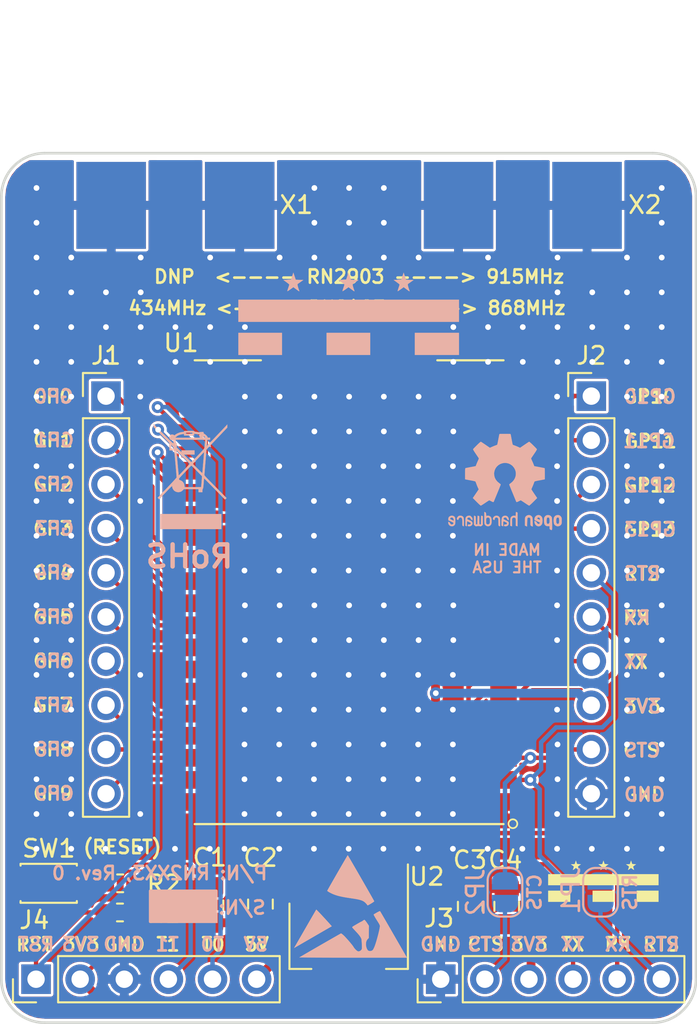
<source format=kicad_pcb>
(kicad_pcb (version 20171130) (host pcbnew 5.0.2+dfsg1-1)
  (title_block (title "RN2XX3 Board") (date 2020-03-08) (rev 0))
  (layers (0 F.Cu signal) (31 B.Cu signal) (34 B.Paste user hide) (35 F.Paste user hide) (36 B.SilkS user) (37 F.SilkS user) (38 B.Mask user) (39 F.Mask user) (44 Edge.Cuts user))
  (net 0 "")
  (net 1 GND)
  (net 2 +3V3)
  (net 3 +5V)
  (net 4 /TX)
  (net 5 /RX)
  (net 6 /nRESET)
  (net 7 /TEST1)
  (net 8 /TEST0)
  (net 9 /RTS)
  (net 10 /CTS)
  (net 11 /GP13)
  (net 12 /GP12)
  (net 13 /GP11)
  (net 14 /GP10)
  (net 15 /GP9)
  (net 16 /GP8)
  (net 17 /GP7)
  (net 18 /GP6)
  (net 19 /GP5)
  (net 20 /GP4)
  (net 21 /GP3)
  (net 22 /GP2)
  (net 23 /GP1)
  (net 24 /GP0)
  (net 25 "Net-(J3-Pad6)")
  (net 26 /RFL)
  (net 27 /RFH)
  (net 28 "Net-(C1-Pad1)")
  (module Connector_PinHeader_2.54mm:PinHeader_1x10_P2.54mm_Vertical (layer F.Cu) (at 163.97 88.97)
    (fp_text reference J2 (at 0 -2.33) (layer F.SilkS))
    (fp_text value Conn_01x10_Male)
    (pad 1 thru_hole rect (at 0 0) (size 1.7 1.7) (drill 1) (layers *.Cu *.Mask) (net 14 /GP10))
    (pad 2 thru_hole oval (at 0 2.54) (size 1.7 1.7) (drill 1) (layers *.Cu *.Mask) (net 13 /GP11))
    (pad 3 thru_hole oval (at 0 5.08) (size 1.7 1.7) (drill 1) (layers *.Cu *.Mask) (net 12 /GP12))
    (pad 4 thru_hole oval (at 0 7.62) (size 1.7 1.7) (drill 1) (layers *.Cu *.Mask) (net 11 /GP13))
    (pad 5 thru_hole oval (at 0 10.16) (size 1.7 1.7) (drill 1) (layers *.Cu *.Mask) (net 9 /RTS))
    (pad 6 thru_hole oval (at 0 12.7) (size 1.7 1.7) (drill 1) (layers *.Cu *.Mask) (net 5 /RX))
    (pad 7 thru_hole oval (at 0 15.24) (size 1.7 1.7) (drill 1) (layers *.Cu *.Mask) (net 4 /TX))
    (pad 8 thru_hole oval (at 0 17.78) (size 1.7 1.7) (drill 1) (layers *.Cu *.Mask) (net 2 +3V3))
    (pad 9 thru_hole oval (at 0 20.32) (size 1.7 1.7) (drill 1) (layers *.Cu *.Mask) (net 10 /CTS))
    (pad 10 thru_hole oval (at 0 22.86) (size 1.7 1.7) (drill 1) (layers *.Cu *.Mask) (net 1 GND))
  )
  (module User_PCB_Libraries:SMA_RF_Solutions (layer F.Cu) (at 160.025001 75.5 270)
    (fp_text reference X2 (at 3.056 -5.976999) (layer F.SilkS) (effects (justify left bottom)))
    (fp_text value SMACONNECTOR_EDGE)
    (pad GND@2 smd rect (at 2.5 -3.7 270) (size 5 4) (layers F.Cu F.Mask) (net 1 GND))
    (pad GND@1 smd rect (at 2.5 3.7 270) (size 5 4) (layers F.Cu F.Mask) (net 1 GND))
    (pad P smd rect (at 2.5 0) (size 0.75 5) (layers F.Cu F.Mask) (net 27 /RFH) (clearance 0.625))
    (pad GND@3 smd rect (at 2.5 -3.7 270) (size 5 4) (layers B.Cu B.Mask) (net 1 GND))
    (pad GND@4 smd rect (at 2.5 3.7 270) (size 5 4) (layers B.Cu B.Mask) (net 1 GND))
  )
  (module User_PCB_Libraries:SMA_RF_Solutions (layer F.Cu) (at 140.025001 75.5 270)
    (fp_text reference X1 (at 3.056 -5.910999) (layer F.SilkS) (effects (justify left bottom)))
    (fp_text value SMACONNECTOR_EDGE)
    (pad GND@2 smd rect (at 2.5 -3.7 270) (size 5 4) (layers F.Cu F.Mask) (net 1 GND))
    (pad GND@1 smd rect (at 2.5 3.7 270) (size 5 4) (layers F.Cu F.Mask) (net 1 GND))
    (pad P smd rect (at 2.5 0) (size 0.75 5) (layers F.Cu F.Mask) (net 26 /RFL) (clearance 0.625))
    (pad GND@3 smd rect (at 2.5 -3.7 270) (size 5 4) (layers B.Cu B.Mask) (net 1 GND))
    (pad GND@4 smd rect (at 2.5 3.7 270) (size 5 4) (layers B.Cu B.Mask) (net 1 GND))
  )
  (module User_PCB_Libraries:lora_ant_l (layer F.Cu) (at 148.755001 86.91)
    (fp_text reference REF** hide)
    (fp_text value lora_ant_l)
    (fp_line (start -8.73 -5.91) (end -8.73 -8.91) (layer F.Cu) (width 0.75))
    (fp_arc (start -6.73 -5.91) (end -8.73 -5.91) (angle -90) (layer F.Cu) (width 0.75))
    (fp_arc (start -2 -1.91) (end 0 -1.91) (angle -90) (layer F.Cu) (width 0.75))
    (fp_line (start -6.73 -3.91) (end -2 -3.91) (layer F.Cu) (width 0.75))
    (fp_line (start 0 0) (end 0 -1.91) (layer F.Cu) (width 0.75))
  )
  (module Jumper:SolderJumper-2_P1.3mm_Open_RoundedPad1.0x1.5mm (layer B.Cu) (at 164.5 117.5 90)
    (fp_text reference JP1 (at 0.1 -1.7 90) (layer B.SilkS) (effects (justify mirror)))
    (fp_text value SolderJumper_2_Open)
    (pad 2 smd custom (at 0.65 0 90) (size 1 0.5) (layers B.Cu B.Mask) (net 9 /RTS) (options (clearance outline) (anchor rect)) (primitives (gr_circle (center 0 -0.25) (end 0.5 -0.25) (width 0)) (gr_circle (center 0 0.25) (end 0.5 0.25) (width 0)) (gr_poly (pts (xy 0 0.75) (xy -0.5 0.75) (xy -0.5 -0.75) (xy 0 -0.75)) (width 0))))
    (pad 1 smd custom (at -0.65 0 90) (size 1 0.5) (layers B.Cu B.Mask) (net 25 "Net-(J3-Pad6)") (options (clearance outline) (anchor rect)) (primitives (gr_circle (center 0 -0.25) (end 0.5 -0.25) (width 0)) (gr_circle (center 0 0.25) (end 0.5 0.25) (width 0)) (gr_poly (pts (xy 0 0.75) (xy 0.5 0.75) (xy 0.5 -0.75) (xy 0 -0.75)) (width 0))))
  )
  (module User_PCB_Libraries:Microchip_RN2903A-w_3D (layer F.Cu) (at 150.025001 100.245)
    (fp_text reference U1 (at -10.775001 -13.745 180) (layer F.SilkS) (effects (justify left bottom)))
    (fp_text value RN2903A-I_RM098 hide)
    (pad 47 smd rect (at -8.89 12.065 270) (size 1.016 1.524) (layers F.Cu F.Paste F.Mask) (net 1 GND))
    (pad 46 smd rect (at -8.89 10.795 270) (size 1.016 1.524) (layers F.Cu F.Paste F.Mask) (net 15 /GP9))
    (pad 45 smd rect (at -8.89 9.525 270) (size 1.016 1.524) (layers F.Cu F.Paste F.Mask) (net 16 /GP8))
    (pad 44 smd rect (at -8.89 8.255 270) (size 1.016 1.524) (layers F.Cu F.Paste F.Mask) (net 17 /GP7))
    (pad 43 smd rect (at -8.89 6.985 270) (size 1.016 1.524) (layers F.Cu F.Paste F.Mask) (net 18 /GP6))
    (pad 42 smd rect (at -8.89 5.715 270) (size 1.016 1.524) (layers F.Cu F.Paste F.Mask))
    (pad 41 smd rect (at -8.89 4.445 270) (size 1.016 1.524) (layers F.Cu F.Paste F.Mask) (net 1 GND))
    (pad 40 smd rect (at -8.89 3.175 270) (size 1.016 1.524) (layers F.Cu F.Paste F.Mask) (net 19 /GP5))
    (pad 39 smd rect (at -8.89 1.905 270) (size 1.016 1.524) (layers F.Cu F.Paste F.Mask) (net 20 /GP4))
    (pad 38 smd rect (at -8.89 0.635 270) (size 1.016 1.524) (layers F.Cu F.Paste F.Mask) (net 21 /GP3))
    (pad 37 smd rect (at -8.89 -0.635 270) (size 1.016 1.524) (layers F.Cu F.Paste F.Mask) (net 22 /GP2))
    (pad 36 smd rect (at -8.89 -1.905 270) (size 1.016 1.524) (layers F.Cu F.Paste F.Mask) (net 23 /GP1))
    (pad 35 smd rect (at -8.89 -3.175 270) (size 1.016 1.524) (layers F.Cu F.Paste F.Mask) (net 24 /GP0))
    (pad 34 smd rect (at -8.89 -4.445 270) (size 1.016 1.524) (layers F.Cu F.Paste F.Mask) (net 2 +3V3))
    (pad 33 smd rect (at -8.89 -5.715 270) (size 1.016 1.524) (layers F.Cu F.Paste F.Mask) (net 1 GND))
    (pad 32 smd rect (at -8.89 -6.985 270) (size 1.016 1.524) (layers F.Cu F.Paste F.Mask) (net 6 /nRESET))
    (pad 31 smd rect (at -8.89 -8.255 270) (size 1.016 1.524) (layers F.Cu F.Paste F.Mask) (net 7 /TEST1))
    (pad 30 smd rect (at -8.89 -9.525 270) (size 1.016 1.524) (layers F.Cu F.Paste F.Mask) (net 8 /TEST0))
    (pad 29 smd rect (at -8.89 -10.795 270) (size 1.016 1.524) (layers F.Cu F.Paste F.Mask))
    (pad 28 smd rect (at -8.89 -12.065 270) (size 1.016 1.524) (layers F.Cu F.Paste F.Mask) (net 1 GND))
    (pad 27 smd rect (at -3.81 -13.335 180) (size 1.016 1.524) (layers F.Cu F.Paste F.Mask) (net 1 GND))
    (pad 26 smd rect (at -2.54 -13.335 180) (size 1.016 1.524) (layers F.Cu F.Paste F.Mask) (net 1 GND))
    (pad 25 smd rect (at -1.27 -13.335 180) (size 1.016 1.524) (layers F.Cu F.Paste F.Mask) (net 26 /RFL))
    (pad 24 smd rect (at 0 -13.335 180) (size 1.016 1.524) (layers F.Cu F.Paste F.Mask) (net 1 GND))
    (pad 23 smd rect (at 1.27 -13.335 180) (size 1.016 1.524) (layers F.Cu F.Paste F.Mask) (net 27 /RFH))
    (pad 22 smd rect (at 2.54 -13.335 180) (size 1.016 1.524) (layers F.Cu F.Paste F.Mask) (net 1 GND))
    (pad 21 smd rect (at 3.81 -13.335 180) (size 1.016 1.524) (layers F.Cu F.Paste F.Mask) (net 1 GND))
    (pad 20 smd rect (at 8.89 -12.065 90) (size 1.016 1.524) (layers F.Cu F.Paste F.Mask) (net 1 GND))
    (pad 19 smd rect (at 8.89 -10.795 90) (size 1.016 1.524) (layers F.Cu F.Paste F.Mask))
    (pad 18 smd rect (at 8.89 -9.525 90) (size 1.016 1.524) (layers F.Cu F.Paste F.Mask))
    (pad 17 smd rect (at 8.89 -8.255 90) (size 1.016 1.524) (layers F.Cu F.Paste F.Mask))
    (pad 16 smd rect (at 8.89 -6.985 90) (size 1.016 1.524) (layers F.Cu F.Paste F.Mask))
    (pad 15 smd rect (at 8.89 -5.715 90) (size 1.016 1.524) (layers F.Cu F.Paste F.Mask))
    (pad 14 smd rect (at 8.89 -4.445 90) (size 1.016 1.524) (layers F.Cu F.Paste F.Mask) (net 14 /GP10))
    (pad 13 smd rect (at 8.89 -3.175 90) (size 1.016 1.524) (layers F.Cu F.Paste F.Mask) (net 13 /GP11))
    (pad 12 smd rect (at 8.89 -1.905 90) (size 1.016 1.524) (layers F.Cu F.Paste F.Mask) (net 2 +3V3))
    (pad 11 smd rect (at 8.89 -0.635 90) (size 1.016 1.524) (layers F.Cu F.Paste F.Mask) (net 1 GND))
    (pad 10 smd rect (at 8.89 0.635 90) (size 1.016 1.524) (layers F.Cu F.Paste F.Mask) (net 12 /GP12))
    (pad 9 smd rect (at 8.89 1.905 90) (size 1.016 1.524) (layers F.Cu F.Paste F.Mask) (net 11 /GP13))
    (pad 8 smd rect (at 8.89 3.175 90) (size 1.016 1.524) (layers F.Cu F.Paste F.Mask) (net 1 GND))
    (pad 7 smd rect (at 8.89 4.445 90) (size 1.016 1.524) (layers F.Cu F.Paste F.Mask) (net 4 /TX))
    (pad 6 smd rect (at 8.89 5.715 90) (size 1.016 1.524) (layers F.Cu F.Paste F.Mask) (net 5 /RX))
    (pad 5 smd rect (at 8.89 6.985 90) (size 1.016 1.524) (layers F.Cu F.Paste F.Mask))
    (pad 4 smd rect (at 8.89 8.255 90) (size 1.016 1.524) (layers F.Cu F.Paste F.Mask))
    (pad 3 smd rect (at 8.89 9.525 90) (size 1.016 1.524) (layers F.Cu F.Paste F.Mask) (net 10 /CTS))
    (pad 2 smd rect (at 8.89 10.795 90) (size 1.016 1.524) (layers F.Cu F.Paste F.Mask) (net 9 /RTS))
    (pad 1 smd rect (at 8.89 12.065 90) (size 1.016 1.524) (layers F.Cu F.Paste F.Mask) (net 1 GND))
  )
  (module Resistor_SMD:R_0603_1608Metric_Pad1.05x0.95mm_HandSolder (layer F.Cu) (at 136.8314 118.6626)
    (fp_text reference R1 (at 2.54 0.0762 -180) (layer F.SilkS))
    (fp_text value 10k)
    (pad 1 smd roundrect (at -0.875 0) (size 1.05 0.95) (layers F.Cu F.Paste F.Mask) (net 6 /nRESET))
    (pad 2 smd roundrect (at 0.875 0) (size 1.05 0.95) (layers F.Cu F.Paste F.Mask) (net 2 +3V3))
  )
  (module Connector_PinHeader_2.54mm:PinHeader_1x10_P2.54mm_Vertical (layer F.Cu) (at 136.03 88.97)
    (fp_text reference J1 (at 0 -2.33) (layer F.SilkS))
    (fp_text value Conn_01x10_Male)
    (pad 1 thru_hole rect (at 0 0) (size 1.7 1.7) (drill 1) (layers *.Cu *.Mask) (net 24 /GP0))
    (pad 2 thru_hole oval (at 0 2.54) (size 1.7 1.7) (drill 1) (layers *.Cu *.Mask) (net 23 /GP1))
    (pad 3 thru_hole oval (at 0 5.08) (size 1.7 1.7) (drill 1) (layers *.Cu *.Mask) (net 22 /GP2))
    (pad 4 thru_hole oval (at 0 7.62) (size 1.7 1.7) (drill 1) (layers *.Cu *.Mask) (net 21 /GP3))
    (pad 5 thru_hole oval (at 0 10.16) (size 1.7 1.7) (drill 1) (layers *.Cu *.Mask) (net 20 /GP4))
    (pad 6 thru_hole oval (at 0 12.7) (size 1.7 1.7) (drill 1) (layers *.Cu *.Mask) (net 19 /GP5))
    (pad 7 thru_hole oval (at 0 15.24) (size 1.7 1.7) (drill 1) (layers *.Cu *.Mask) (net 18 /GP6))
    (pad 8 thru_hole oval (at 0 17.78) (size 1.7 1.7) (drill 1) (layers *.Cu *.Mask) (net 17 /GP7))
    (pad 9 thru_hole oval (at 0 20.32) (size 1.7 1.7) (drill 1) (layers *.Cu *.Mask) (net 16 /GP8))
    (pad 10 thru_hole oval (at 0 22.86) (size 1.7 1.7) (drill 1) (layers *.Cu *.Mask) (net 15 /GP9))
  )
  (module Connector_PinHeader_2.54mm:PinHeader_1x06_P2.54mm_Vertical (layer F.Cu) (at 155.3 122.5 90)
    (fp_text reference J3 (at 3.5 -0.093 180) (layer F.SilkS))
    (fp_text value Conn_01x06_Male)
    (pad 6 thru_hole oval (at 0 12.7 90) (size 1.7 1.7) (drill 1) (layers *.Cu *.Mask) (net 25 "Net-(J3-Pad6)"))
    (pad 5 thru_hole oval (at 0 10.16 90) (size 1.7 1.7) (drill 1) (layers *.Cu *.Mask) (net 5 /RX))
    (pad 4 thru_hole oval (at 0 7.62 90) (size 1.7 1.7) (drill 1) (layers *.Cu *.Mask) (net 4 /TX))
    (pad 3 thru_hole oval (at 0 5.08 90) (size 1.7 1.7) (drill 1) (layers *.Cu *.Mask) (net 2 +3V3))
    (pad 2 thru_hole oval (at 0 2.54 90) (size 1.7 1.7) (drill 1) (layers *.Cu *.Mask))
    (pad 1 thru_hole rect (at 0 0 90) (size 1.7 1.7) (drill 1) (layers *.Cu *.Mask) (net 1 GND))
  )
  (module Package_TO_SOT_SMD:SOT-223-3_TabPin2 (layer F.Cu) (at 150 120 270)
    (fp_text reference U2 (at -3.4 -4.5) (layer F.SilkS))
    (fp_text value AMS1117-3.3)
    (pad 2 smd rect (at 3.15 0 270) (size 2 3.8) (layers F.Cu F.Paste F.Mask) (net 2 +3V3))
    (pad 2 smd rect (at -3.15 0 270) (size 2 1.5) (layers F.Cu F.Paste F.Mask) (net 2 +3V3))
    (pad 3 smd rect (at -3.15 2.3 270) (size 2 1.5) (layers F.Cu F.Paste F.Mask) (net 3 +5V))
    (pad 1 smd rect (at -3.15 -2.3 270) (size 2 1.5) (layers F.Cu F.Paste F.Mask) (net 1 GND))
  )
  (module Jumper:SolderJumper-2_P1.3mm_Open_RoundedPad1.0x1.5mm (layer B.Cu) (at 159 117.5 90)
    (fp_text reference JP2 (at 0 -1.7 90) (layer B.SilkS) (effects (justify mirror)))
    (fp_text value SolderJumper_2_Open)
    (pad 2 smd custom (at 0.65 0 90) (size 1 0.5) (layers B.Cu B.Mask) (net 10 /CTS) (options (clearance outline) (anchor rect)) (primitives (gr_circle (center 0 -0.25) (end 0.5 -0.25) (width 0)) (gr_circle (center 0 0.25) (end 0.5 0.25) (width 0)) (gr_poly (pts (xy 0 0.75) (xy -0.5 0.75) (xy -0.5 -0.75) (xy 0 -0.75)) (width 0))))
    (pad 1 smd custom (at -0.65 0 90) (size 1 0.5) (layers B.Cu B.Mask) (options (clearance outline) (anchor rect)) (primitives (gr_circle (center 0 -0.25) (end 0.5 -0.25) (width 0)) (gr_circle (center 0 0.25) (end 0.5 0.25) (width 0)) (gr_poly (pts (xy 0 0.75) (xy 0.5 0.75) (xy 0.5 -0.75) (xy 0 -0.75)) (width 0))))
  )
  (module Connector_PinHeader_2.54mm:PinHeader_1x06_P2.54mm_Vertical (layer F.Cu) (at 132 122.5 90)
    (fp_text reference J4 (at 3.4 -0.1 180) (layer F.SilkS))
    (fp_text value Conn_01x06_Male)
    (pad 6 thru_hole oval (at 0 12.7 90) (size 1.7 1.7) (drill 1) (layers *.Cu *.Mask) (net 3 +5V))
    (pad 5 thru_hole oval (at 0 10.16 90) (size 1.7 1.7) (drill 1) (layers *.Cu *.Mask) (net 8 /TEST0))
    (pad 4 thru_hole oval (at 0 7.62 90) (size 1.7 1.7) (drill 1) (layers *.Cu *.Mask) (net 7 /TEST1))
    (pad 3 thru_hole oval (at -0.002 5.08 90) (size 1.7 1.7) (drill 1) (layers *.Cu *.Mask) (net 1 GND))
    (pad 2 thru_hole oval (at 0 2.54 90) (size 1.7 1.7) (drill 1) (layers *.Cu *.Mask) (net 2 +3V3))
    (pad 1 thru_hole rect (at 0 0 90) (size 1.7 1.7) (drill 1) (layers *.Cu *.Mask) (net 6 /nRESET))
  )
  (module User_PCB_Libraries:lora_ant_h (layer F.Cu) (at 151.295001 86.91)
    (fp_text reference REF** hide)
    (fp_text value lora_ant_h)
    (fp_line (start 8.73 -5.91) (end 8.73 -8.91) (layer F.Cu) (width 0.75))
    (fp_arc (start 6.73 -5.91) (end 6.73 -3.91) (angle -90) (layer F.Cu) (width 0.75))
    (fp_arc (start 2 -1.91) (end 2 -3.91) (angle -90) (layer F.Cu) (width 0.75))
    (fp_line (start 2 -3.91) (end 6.73 -3.91) (layer F.Cu) (width 0.75))
    (fp_line (start 0 0) (end 0 -1.91) (layer F.Cu) (width 0.75))
  )
  (module User_PCB_Libraries:DCelectronics_logo2 (layer B.Cu) (at 150 85 180)
    (fp_text reference G*** hide)
    (fp_text value LOGO hide)
  )
  (module User_PCB_Libraries:DCelectronics_logo3 (layer F.Cu) (at 164.665 117.2468)
    (fp_text reference G*** hide)
    (fp_text value LOGO hide)
  )
  (module Symbol:OSHW-Logo2_7.3x6mm_SilkScreen (layer B.Cu) (at 159 93.9 180)
    (fp_text reference REF** hide)
    (fp_text value OSHW-Logo2_7.3x6mm_SilkScreen hide)
  )
  (module Symbol:ESD-Logo_6.6x6mm_SilkScreen (layer B.Cu) (at 150.1 118.3 180)
    (fp_text reference REF** hide)
    (fp_text value ESD-Logo_6.6x6mm_SilkScreen hide)
  )
  (module Symbol:WEEE-Logo_4.2x6mm_SilkScreen (layer B.Cu) (at 140.9 93.6 180)
    (fp_text reference REF** hide)
    (fp_text value WEEE-Logo_4.2x6mm_SilkScreen hide)
  )
  (module Capacitor_SMD:C_0805_2012Metric_Pad1.15x1.40mm_HandSolder (layer F.Cu) (at 144.92 118.18 270)
    (fp_text reference C2 (at -2.667 0) (layer F.SilkS))
    (fp_text value 1UF)
    (pad 1 smd roundrect (at -1.025 0 270) (size 1.15 1.4) (layers F.Cu F.Paste F.Mask) (roundrect_rratio 0.217391) (net 3 +5V))
    (pad 2 smd roundrect (at 1.025 0 270) (size 1.15 1.4) (layers F.Cu F.Paste F.Mask) (roundrect_rratio 0.217391) (net 1 GND))
  )
  (module Capacitor_SMD:C_0805_2012Metric_Pad1.15x1.40mm_HandSolder (layer F.Cu) (at 157 118.3125 90)
    (fp_text reference C3 (at 2.6725 -0.015 180) (layer F.SilkS))
    (fp_text value 10UF)
    (pad 1 smd roundrect (at -1.025 0 90) (size 1.15 1.4) (layers F.Cu F.Paste F.Mask) (roundrect_rratio 0.217391) (net 2 +3V3))
    (pad 2 smd roundrect (at 1.025 0 90) (size 1.15 1.4) (layers F.Cu F.Paste F.Mask) (roundrect_rratio 0.217391) (net 1 GND))
  )
  (module Capacitor_SMD:C_0805_2012Metric_Pad1.15x1.40mm_HandSolder (layer F.Cu) (at 159.1 118.3125 90)
    (fp_text reference C4 (at 2.6725 -0.083 180) (layer F.SilkS))
    (fp_text value 1UF)
    (pad 2 smd roundrect (at 1.025 0 90) (size 1.15 1.4) (layers F.Cu F.Paste F.Mask) (roundrect_rratio 0.217391) (net 1 GND))
    (pad 1 smd roundrect (at -1.025 0 90) (size 1.15 1.4) (layers F.Cu F.Paste F.Mask) (roundrect_rratio 0.217391) (net 2 +3V3))
  )
  (module Capacitor_SMD:C_0805_2012Metric_Pad1.15x1.40mm_HandSolder (layer F.Cu) (at 142.0752 118.2308 270)
    (fp_text reference C1 (at -2.7342 0.0762) (layer F.SilkS))
    (fp_text value 0.1UF)
    (pad 1 smd roundrect (at -1.025 0 270) (size 1.15 1.4) (layers F.Cu F.Paste F.Mask) (roundrect_rratio 0.217391) (net 28 "Net-(C1-Pad1)"))
    (pad 2 smd roundrect (at 1.025 0 270) (size 1.15 1.4) (layers F.Cu F.Paste F.Mask) (roundrect_rratio 0.217391) (net 1 GND))
  )
  (module Resistor_SMD:R_0603_1608Metric_Pad1.05x0.95mm_HandSolder (layer F.Cu) (at 136.8428 116.9862)
    (fp_text reference R2 (at 2.5146 0.0508 180) (layer F.SilkS))
    (fp_text value 1k)
    (pad 1 smd roundrect (at -0.875 0) (size 1.05 0.95) (layers F.Cu F.Paste F.Mask) (net 28 "Net-(C1-Pad1)"))
    (pad 2 smd roundrect (at 0.875 0) (size 1.05 0.95) (layers F.Cu F.Paste F.Mask) (net 6 /nRESET))
  )
  (module User_PCB_Libraries:SW_SPST_CK_KXT3_3D_Handsolder (layer F.Cu) (at 132.728 116.9862)
    (fp_text reference SW1 (at 0 -2) (layer F.SilkS))
    (fp_text value SW_Push)
    (pad 1 smd rect (at -1.725 0) (size 0.75 1.5) (layers F.Cu F.Paste F.Mask) (net 1 GND))
    (pad 2 smd rect (at 1.725 0) (size 0.75 1.5) (layers F.Cu F.Paste F.Mask) (net 28 "Net-(C1-Pad1)"))
  )
  (gr_text "P/N: RN2XX3, Rev. 0 " (at 138.824 116.402) (layer B.SilkS) (effects (font (size 0.762 0.762) (thickness 0.1524)) (justify mirror)))
  (gr_text "S/N: _____" (at 145.301 118.3832) (layer B.SilkS) (effects (font (size 0.762 0.762) (thickness 0.1524)) (justify left mirror)))
  (gr_poly (pts (xy 138.57 117.418) (xy 138.57 119.196) (xy 142.38 119.196) (xy 142.38 117.418)) (layer B.SilkS) (width 0.15))
  (gr_text RoHS (at 140.8306 98.1902) (layer B.SilkS) (effects (font (size 1.27 1.27) (thickness 0.254)) (justify mirror)))
  (gr_text "(RESET)" (at 136.9698 114.9034) (layer F.SilkS) (effects (font (size 0.762 0.762) (thickness 0.1524))))
  (gr_text 3V3 (at 165.752199 106.8108) (layer F.SilkS) (effects (font (size 0.762 0.762) (thickness 0.1524)) (justify left)))
  (gr_text 3V3 (at 165.773701 106.8035) (layer B.SilkS) (effects (font (size 0.762 0.762) (thickness 0.1524)) (justify right mirror)))
  (gr_text GND (at 165.773701 111.8835) (layer B.SilkS) (effects (font (size 0.762 0.762) (thickness 0.1524)) (justify right mirror)))
  (gr_text CTS (at 165.773701 109.3435) (layer B.SilkS) (effects (font (size 0.762 0.762) (thickness 0.1524)) (justify right mirror)))
  (gr_text GND (at 165.7734 111.8808) (layer F.SilkS) (effects (font (size 0.762 0.762) (thickness 0.1524)) (justify left)))
  (gr_text CTS (at 165.7226 109.3408) (layer F.SilkS) (effects (font (size 0.762 0.762) (thickness 0.1524)) (justify left)))
  (gr_text "MADE IN\nTHE USA" (at 159.1186 98.3172) (layer B.SilkS) (effects (font (size 0.625 0.625) (thickness 0.125)) (justify mirror)))
  (gr_text T0 (at 142.15 120.5) (layer B.SilkS) (effects (font (size 0.762 0.762) (thickness 0.1524)) (justify mirror)))
  (gr_text 3V3 (at 134.55 120.5) (layer B.SilkS) (effects (font (size 0.762 0.762) (thickness 0.1524)) (justify mirror)))
  (gr_text GND (at 137.05 120.5) (layer B.SilkS) (effects (font (size 0.762 0.762) (thickness 0.1524)) (justify mirror)))
  (gr_text 5V (at 144.65 120.5) (layer B.SilkS) (effects (font (size 0.762 0.762) (thickness 0.1524)) (justify mirror)))
  (gr_text T1 (at 139.55 120.5) (layer B.SilkS) (effects (font (size 0.762 0.762) (thickness 0.1524)) (justify mirror)))
  (gr_text RST (at 132 120.5) (layer B.SilkS) (effects (font (size 0.762 0.762) (thickness 0.1524)) (justify mirror)))
  (gr_text RST (at 131.9 120.5) (layer F.SilkS) (effects (font (size 0.762 0.762) (thickness 0.1524))))
  (gr_text T1 (at 139.6 120.5) (layer F.SilkS) (effects (font (size 0.762 0.762) (thickness 0.1524))))
  (gr_text 5V (at 144.7 120.5) (layer F.SilkS) (effects (font (size 0.762 0.762) (thickness 0.1524))))
  (gr_text GND (at 137.1 120.5) (layer F.SilkS) (effects (font (size 0.762 0.762) (thickness 0.1524))))
  (gr_text 3V3 (at 134.6 120.5) (layer F.SilkS) (effects (font (size 0.762 0.762) (thickness 0.1524))))
  (gr_text T0 (at 142.2 120.5) (layer F.SilkS) (effects (font (size 0.762 0.762) (thickness 0.1524))))
  (gr_text RX (at 165.5 120.5) (layer B.SilkS) (effects (font (size 0.762 0.762) (thickness 0.1524)) (justify mirror)))
  (gr_text RTS (at 168 120.5) (layer B.SilkS) (effects (font (size 0.762 0.762) (thickness 0.1524)) (justify mirror)))
  (gr_text 3V3 (at 160.4 120.5) (layer B.SilkS) (effects (font (size 0.762 0.762) (thickness 0.1524)) (justify mirror)))
  (gr_text TX (at 162.9 120.5) (layer B.SilkS) (effects (font (size 0.762 0.762) (thickness 0.1524)) (justify mirror)))
  (gr_text GND (at 155.3 120.5) (layer B.SilkS) (effects (font (size 0.762 0.762) (thickness 0.1524)) (justify mirror)))
  (gr_text CTS (at 157.9 120.5) (layer B.SilkS) (effects (font (size 0.762 0.762) (thickness 0.1524)) (justify mirror)))
  (gr_text CTS (at 157.9 120.5) (layer F.SilkS) (effects (font (size 0.762 0.762) (thickness 0.1524))))
  (gr_text GND (at 155.3 120.5) (layer F.SilkS) (effects (font (size 0.762 0.762) (thickness 0.1524))))
  (gr_text TX (at 162.9 120.5) (layer F.SilkS) (effects (font (size 0.762 0.762) (thickness 0.1524))))
  (gr_text 3V3 (at 160.4 120.5) (layer F.SilkS) (effects (font (size 0.762 0.762) (thickness 0.1524))))
  (gr_text RTS (at 168 120.5) (layer F.SilkS) (effects (font (size 0.762 0.762) (thickness 0.1524))))
  (gr_text RX (at 165.5 120.5) (layer F.SilkS) (effects (font (size 0.762 0.762) (thickness 0.1524))))
  (gr_text GP6 (at 134.278002 104.2035) (layer B.SilkS) (effects (font (size 0.762 0.762) (thickness 0.1524)) (justify left mirror)))
  (gr_text GP7 (at 134.278002 106.7435) (layer B.SilkS) (effects (font (size 0.762 0.762) (thickness 0.1524)) (justify left mirror)))
  (gr_text GP8 (at 134.278002 109.2835) (layer B.SilkS) (effects (font (size 0.762 0.762) (thickness 0.1524)) (justify left mirror)))
  (gr_text GP9 (at 134.278002 111.8235) (layer B.SilkS) (effects (font (size 0.762 0.762) (thickness 0.1524)) (justify left mirror)))
  (gr_text GP4 (at 134.278002 99.1235) (layer B.SilkS) (effects (font (size 0.762 0.762) (thickness 0.1524)) (justify left mirror)))
  (gr_text GP5 (at 134.278002 101.6635) (layer B.SilkS) (effects (font (size 0.762 0.762) (thickness 0.1524)) (justify left mirror)))
  (gr_text GP0 (at 134.253001 88.9935) (layer B.SilkS) (effects (font (size 0.762 0.762) (thickness 0.1524)) (justify left mirror)))
  (gr_text GP1 (at 134.278002 91.5035) (layer B.SilkS) (effects (font (size 0.762 0.762) (thickness 0.1524)) (justify left mirror)))
  (gr_text GP2 (at 134.278002 94.0435) (layer B.SilkS) (effects (font (size 0.762 0.762) (thickness 0.1524)) (justify left mirror)))
  (gr_text GP3 (at 134.278002 96.5835) (layer B.SilkS) (effects (font (size 0.762 0.762) (thickness 0.1524)) (justify left mirror)))
  (gr_text TX (at 165.769502 104.2535) (layer B.SilkS) (effects (font (size 0.762 0.762) (thickness 0.1524)) (justify right mirror)))
  (gr_text GP12 (at 165.769502 94.0935) (layer B.SilkS) (effects (font (size 0.762 0.762) (thickness 0.1524)) (justify right mirror)))
  (gr_text GP13 (at 165.769502 96.6335) (layer B.SilkS) (effects (font (size 0.762 0.762) (thickness 0.1524)) (justify right mirror)))
  (gr_text GP10 (at 165.761001 89.0035) (layer B.SilkS) (effects (font (size 0.762 0.762) (thickness 0.1524)) (justify right mirror)))
  (gr_text GP11 (at 165.706002 91.5535) (layer B.SilkS) (effects (font (size 0.762 0.762) (thickness 0.1524)) (justify right mirror)))
  (gr_text RTS (at 165.769502 99.1735) (layer B.SilkS) (effects (font (size 0.762 0.762) (thickness 0.1524)) (justify right mirror)))
  (gr_text RX (at 165.769502 101.7135) (layer B.SilkS) (effects (font (size 0.762 0.762) (thickness 0.1524)) (justify right mirror)))
  (gr_text "434MHz <---- RN2483 ----> 868MHz" (at 149.9 83.9) (layer F.SilkS) (effects (font (size 0.762 0.762) (thickness 0.1524))))
  (gr_text "DNP  <---- RN2903 ----> 915MHz" (at 150.6 82.1) (layer F.SilkS) (effects (font (size 0.762 0.762) (thickness 0.1524))))
  (gr_text CTS (at 160.7 117.5 90) (layer B.SilkS) (effects (font (size 0.762 0.762) (thickness 0.1524)) (justify mirror)))
  (gr_text RTS (at 166.2 117.5 90) (layer B.SilkS) (effects (font (size 0.762 0.762) (thickness 0.1524)) (justify mirror)))
  (gr_text GP9 (at 134.201599 111.8227) (layer F.SilkS) (effects (font (size 0.762 0.762) (thickness 0.1524)) (justify right)))
  (gr_text GP8 (at 134.201599 109.2827) (layer F.SilkS) (effects (font (size 0.762 0.762) (thickness 0.1524)) (justify right)))
  (gr_text GP7 (at 134.201599 106.7427) (layer F.SilkS) (effects (font (size 0.762 0.762) (thickness 0.1524)) (justify right)))
  (gr_text GP6 (at 134.201599 104.2027) (layer F.SilkS) (effects (font (size 0.762 0.762) (thickness 0.1524)) (justify right)))
  (gr_text GP5 (at 134.201599 101.6627) (layer F.SilkS) (effects (font (size 0.762 0.762) (thickness 0.1524)) (justify right)))
  (gr_text GP4 (at 134.201599 99.1227) (layer F.SilkS) (effects (font (size 0.762 0.762) (thickness 0.1524)) (justify right)))
  (gr_text GP3 (at 134.201599 96.5827) (layer F.SilkS) (effects (font (size 0.762 0.762) (thickness 0.1524)) (justify right)))
  (gr_text GP2 (at 134.201599 94.0427) (layer F.SilkS) (effects (font (size 0.762 0.762) (thickness 0.1524)) (justify right)))
  (gr_text GP1 (at 134.201599 91.5027) (layer F.SilkS) (effects (font (size 0.762 0.762) (thickness 0.1524)) (justify right)))
  (gr_text GP0 (at 134.1758 88.9927) (layer F.SilkS) (effects (font (size 0.762 0.762) (thickness 0.1524)) (justify right)))
  (gr_text TX (at 165.7988 104.2608) (layer F.SilkS) (effects (font (size 0.762 0.762) (thickness 0.1524)) (justify left)))
  (gr_text RX (at 165.7226 101.7208) (layer F.SilkS) (effects (font (size 0.762 0.762) (thickness 0.1524)) (justify left)))
  (gr_text RTS (at 165.7734 99.1808) (layer F.SilkS) (effects (font (size 0.762 0.762) (thickness 0.1524)) (justify left)))
  (gr_text GP13 (at 165.748 96.6408) (layer F.SilkS) (effects (font (size 0.762 0.762) (thickness 0.1524)) (justify left)))
  (gr_text GP12 (at 165.748 94.1008) (layer F.SilkS) (effects (font (size 0.762 0.762) (thickness 0.1524)) (justify left)))
  (gr_text GP11 (at 165.7988 91.5608) (layer F.SilkS) (effects (font (size 0.762 0.762) (thickness 0.1524)) (justify left)))
  (gr_text GP10 (at 165.748 88.9954) (layer F.SilkS) (effects (font (size 0.762 0.762) (thickness 0.1524)) (justify left)))
  (gr_arc (start 132.5 122.5) (end 130 122.5) (angle -90) (layer Edge.Cuts) (width 0.1524))
  (gr_arc (start 167.5 122.5) (end 167.5 125) (angle -90) (layer Edge.Cuts) (width 0.1524))
  (gr_arc (start 167.5 77.5) (end 170 77.5) (angle -90) (layer Edge.Cuts) (width 0.1524))
  (gr_arc (start 132.5 77.5) (end 132.5 75) (angle -90) (layer Edge.Cuts) (width 0.1524))
  (gr_line (start 130 122.5) (end 130 77.5) (layer Edge.Cuts) (width 0.1524))
  (gr_line (start 167.5 125) (end 132.5 125) (layer Edge.Cuts) (width 0.1524))
  (gr_line (start 170 77.5) (end 170 122.5) (layer Edge.Cuts) (width 0.1524))
  (gr_line (start 132.5 75) (end 167.5 75) (layer Edge.Cuts) (width 0.1524))
  (segment (start 159 121.34) (end 159 118.15) (width 0.254) (layer B.Cu) (net 0))
  (segment (start 157.84 122.5) (end 159 121.34) (width 0.254) (layer B.Cu) (net 0))
  (via (at 162 101) (size 0.6858) (drill 0.3302) (layers F.Cu B.Cu) (net 1))
  (via (at 162 107) (size 0.6858) (drill 0.3302) (layers F.Cu B.Cu) (net 1))
  (via (at 162.025001 111) (size 0.6858) (drill 0.3302) (layers F.Cu B.Cu) (net 1))
  (via (at 162.025001 109) (size 0.6858) (drill 0.3302) (layers F.Cu B.Cu) (net 1))
  (via (at 162 89) (size 0.6858) (drill 0.3302) (layers F.Cu B.Cu) (net 1))
  (via (at 162 93) (size 0.6858) (drill 0.3302) (layers F.Cu B.Cu) (net 1))
  (via (at 162 95) (size 0.6858) (drill 0.3302) (layers F.Cu B.Cu) (net 1))
  (via (at 162 91) (size 0.6858) (drill 0.3302) (layers F.Cu B.Cu) (net 1))
  (via (at 162 99) (size 0.6858) (drill 0.3302) (layers F.Cu B.Cu) (net 1))
  (via (at 162 103) (size 0.6858) (drill 0.3302) (layers F.Cu B.Cu) (net 1))
  (via (at 138 113) (size 0.6858) (drill 0.3302) (layers F.Cu B.Cu) (net 1))
  (via (at 138 105) (size 0.6858) (drill 0.3302) (layers F.Cu B.Cu) (net 1))
  (via (at 138 95) (size 0.6858) (drill 0.3302) (layers F.Cu B.Cu) (net 1))
  (via (at 138 89) (size 0.6858) (drill 0.3302) (layers F.Cu B.Cu) (net 1))
  (via (at 160 115) (size 0.6858) (drill 0.3302) (layers F.Cu B.Cu) (net 1))
  (via (at 158 115) (size 0.6858) (drill 0.3302) (layers F.Cu B.Cu) (net 1))
  (via (at 164 115) (size 0.6858) (drill 0.3302) (layers F.Cu B.Cu) (net 1))
  (via (at 138 115) (size 0.6858) (drill 0.3302) (layers F.Cu B.Cu) (net 1))
  (via (at 142 115) (size 0.6858) (drill 0.3302) (layers F.Cu B.Cu) (net 1))
  (via (at 140 115) (size 0.6858) (drill 0.3302) (layers F.Cu B.Cu) (net 1))
  (via (at 134.025001 115) (size 0.6858) (drill 0.3302) (layers F.Cu B.Cu) (net 1))
  (via (at 134.025001 113) (size 0.6858) (drill 0.3302) (layers F.Cu B.Cu) (net 1))
  (via (at 132.025001 113) (size 0.6858) (drill 0.3302) (layers F.Cu B.Cu) (net 1))
  (via (at 132.025001 115) (size 0.6858) (drill 0.3302) (layers F.Cu B.Cu) (net 1))
  (via (at 168.025001 115) (size 0.6858) (drill 0.3302) (layers F.Cu B.Cu) (net 1))
  (via (at 168.025001 113) (size 0.6858) (drill 0.3302) (layers F.Cu B.Cu) (net 1))
  (via (at 166.025001 113) (size 0.6858) (drill 0.3302) (layers F.Cu B.Cu) (net 1))
  (via (at 166.025001 115) (size 0.6858) (drill 0.3302) (layers F.Cu B.Cu) (net 1))
  (via (at 146 115) (size 0.6858) (drill 0.3302) (layers F.Cu B.Cu) (net 1))
  (via (at 144 115) (size 0.6858) (drill 0.3302) (layers F.Cu B.Cu) (net 1))
  (via (at 154 115) (size 0.6858) (drill 0.3302) (layers F.Cu B.Cu) (net 1))
  (via (at 156 115) (size 0.6858) (drill 0.3302) (layers F.Cu B.Cu) (net 1))
  (via (at 146 113) (size 0.6858) (drill 0.3302) (layers F.Cu B.Cu) (net 1))
  (via (at 150 115) (size 0.6858) (drill 0.3302) (layers F.Cu B.Cu) (net 1))
  (via (at 154 113) (size 0.6858) (drill 0.3302) (layers F.Cu B.Cu) (net 1))
  (via (at 144 113) (size 0.6858) (drill 0.3302) (layers F.Cu B.Cu) (net 1))
  (via (at 152 115) (size 0.6858) (drill 0.3302) (layers F.Cu B.Cu) (net 1))
  (via (at 150 113) (size 0.6858) (drill 0.3302) (layers F.Cu B.Cu) (net 1))
  (via (at 148 115) (size 0.6858) (drill 0.3302) (layers F.Cu B.Cu) (net 1))
  (via (at 148 113) (size 0.6858) (drill 0.3302) (layers F.Cu B.Cu) (net 1))
  (via (at 152 113) (size 0.6858) (drill 0.3302) (layers F.Cu B.Cu) (net 1))
  (via (at 156 113) (size 0.6858) (drill 0.3302) (layers F.Cu B.Cu) (net 1))
  (via (at 154.025001 103) (size 0.6858) (drill 0.3302) (layers F.Cu B.Cu) (net 1))
  (via (at 156.025001 103) (size 0.6858) (drill 0.3302) (layers F.Cu B.Cu) (net 1))
  (via (at 156.025001 101) (size 0.6858) (drill 0.3302) (layers F.Cu B.Cu) (net 1))
  (via (at 154.025001 101) (size 0.6858) (drill 0.3302) (layers F.Cu B.Cu) (net 1))
  (via (at 152.025001 101) (size 0.6858) (drill 0.3302) (layers F.Cu B.Cu) (net 1))
  (via (at 144 109) (size 0.6858) (drill 0.3302) (layers F.Cu B.Cu) (net 1))
  (via (at 152 111) (size 0.6858) (drill 0.3302) (layers F.Cu B.Cu) (net 1))
  (via (at 148 111) (size 0.6858) (drill 0.3302) (layers F.Cu B.Cu) (net 1))
  (via (at 150.025001 101) (size 0.6858) (drill 0.3302) (layers F.Cu B.Cu) (net 1))
  (via (at 148.025001 101) (size 0.6858) (drill 0.3302) (layers F.Cu B.Cu) (net 1))
  (via (at 146.025001 101) (size 0.6858) (drill 0.3302) (layers F.Cu B.Cu) (net 1))
  (via (at 152.025001 103) (size 0.6858) (drill 0.3302) (layers F.Cu B.Cu) (net 1))
  (via (at 154 107) (size 0.6858) (drill 0.3302) (layers F.Cu B.Cu) (net 1))
  (via (at 156 107) (size 0.6858) (drill 0.3302) (layers F.Cu B.Cu) (net 1))
  (via (at 144.025001 101) (size 0.6858) (drill 0.3302) (layers F.Cu B.Cu) (net 1))
  (via (at 144.025001 103) (size 0.6858) (drill 0.3302) (layers F.Cu B.Cu) (net 1))
  (via (at 146.025001 103) (size 0.6858) (drill 0.3302) (layers F.Cu B.Cu) (net 1))
  (via (at 148.025001 103) (size 0.6858) (drill 0.3302) (layers F.Cu B.Cu) (net 1))
  (via (at 150.025001 103) (size 0.6858) (drill 0.3302) (layers F.Cu B.Cu) (net 1))
  (via (at 150 105) (size 0.6858) (drill 0.3302) (layers F.Cu B.Cu) (net 1))
  (via (at 152 109) (size 0.6858) (drill 0.3302) (layers F.Cu B.Cu) (net 1))
  (via (at 146 105) (size 0.6858) (drill 0.3302) (layers F.Cu B.Cu) (net 1))
  (via (at 150 111) (size 0.6858) (drill 0.3302) (layers F.Cu B.Cu) (net 1))
  (via (at 144 105) (size 0.6858) (drill 0.3302) (layers F.Cu B.Cu) (net 1))
  (via (at 146 107) (size 0.6858) (drill 0.3302) (layers F.Cu B.Cu) (net 1))
  (via (at 156 111) (size 0.6858) (drill 0.3302) (layers F.Cu B.Cu) (net 1))
  (via (at 148 105) (size 0.6858) (drill 0.3302) (layers F.Cu B.Cu) (net 1))
  (via (at 152 107) (size 0.6858) (drill 0.3302) (layers F.Cu B.Cu) (net 1))
  (via (at 144 107) (size 0.6858) (drill 0.3302) (layers F.Cu B.Cu) (net 1))
  (via (at 148 107) (size 0.6858) (drill 0.3302) (layers F.Cu B.Cu) (net 1))
  (via (at 156 105) (size 0.6858) (drill 0.3302) (layers F.Cu B.Cu) (net 1))
  (via (at 156 109) (size 0.6858) (drill 0.3302) (layers F.Cu B.Cu) (net 1))
  (via (at 146 111) (size 0.6858) (drill 0.3302) (layers F.Cu B.Cu) (net 1))
  (via (at 144 111) (size 0.6858) (drill 0.3302) (layers F.Cu B.Cu) (net 1))
  (via (at 152 105) (size 0.6858) (drill 0.3302) (layers F.Cu B.Cu) (net 1))
  (via (at 154 109) (size 0.6858) (drill 0.3302) (layers F.Cu B.Cu) (net 1))
  (via (at 154 111) (size 0.6858) (drill 0.3302) (layers F.Cu B.Cu) (net 1))
  (via (at 154 105) (size 0.6858) (drill 0.3302) (layers F.Cu B.Cu) (net 1))
  (via (at 148 109) (size 0.6858) (drill 0.3302) (layers F.Cu B.Cu) (net 1))
  (via (at 150 109) (size 0.6858) (drill 0.3302) (layers F.Cu B.Cu) (net 1))
  (via (at 150 107) (size 0.6858) (drill 0.3302) (layers F.Cu B.Cu) (net 1))
  (via (at 146 109) (size 0.6858) (drill 0.3302) (layers F.Cu B.Cu) (net 1))
  (via (at 154 99) (size 0.6858) (drill 0.3302) (layers F.Cu B.Cu) (net 1))
  (via (at 156 99) (size 0.6858) (drill 0.3302) (layers F.Cu B.Cu) (net 1))
  (via (at 156 97) (size 0.6858) (drill 0.3302) (layers F.Cu B.Cu) (net 1))
  (via (at 154 97) (size 0.6858) (drill 0.3302) (layers F.Cu B.Cu) (net 1))
  (via (at 152 97) (size 0.6858) (drill 0.3302) (layers F.Cu B.Cu) (net 1))
  (via (at 150 97) (size 0.6858) (drill 0.3302) (layers F.Cu B.Cu) (net 1))
  (via (at 148 97) (size 0.6858) (drill 0.3302) (layers F.Cu B.Cu) (net 1))
  (via (at 146 97) (size 0.6858) (drill 0.3302) (layers F.Cu B.Cu) (net 1))
  (via (at 152 99) (size 0.6858) (drill 0.3302) (layers F.Cu B.Cu) (net 1))
  (via (at 144 97) (size 0.6858) (drill 0.3302) (layers F.Cu B.Cu) (net 1))
  (via (at 144 99) (size 0.6858) (drill 0.3302) (layers F.Cu B.Cu) (net 1))
  (via (at 146 99) (size 0.6858) (drill 0.3302) (layers F.Cu B.Cu) (net 1))
  (via (at 148 99) (size 0.6858) (drill 0.3302) (layers F.Cu B.Cu) (net 1))
  (via (at 150 99) (size 0.6858) (drill 0.3302) (layers F.Cu B.Cu) (net 1))
  (via (at 154 95) (size 0.6858) (drill 0.3302) (layers F.Cu B.Cu) (net 1))
  (via (at 156 95) (size 0.6858) (drill 0.3302) (layers F.Cu B.Cu) (net 1))
  (via (at 156 93) (size 0.6858) (drill 0.3302) (layers F.Cu B.Cu) (net 1))
  (via (at 154 93) (size 0.6858) (drill 0.3302) (layers F.Cu B.Cu) (net 1))
  (via (at 152 93) (size 0.6858) (drill 0.3302) (layers F.Cu B.Cu) (net 1))
  (via (at 150 93) (size 0.6858) (drill 0.3302) (layers F.Cu B.Cu) (net 1))
  (via (at 148 93) (size 0.6858) (drill 0.3302) (layers F.Cu B.Cu) (net 1))
  (via (at 146 93) (size 0.6858) (drill 0.3302) (layers F.Cu B.Cu) (net 1))
  (via (at 152 95) (size 0.6858) (drill 0.3302) (layers F.Cu B.Cu) (net 1))
  (via (at 144 93) (size 0.6858) (drill 0.3302) (layers F.Cu B.Cu) (net 1))
  (via (at 144 95) (size 0.6858) (drill 0.3302) (layers F.Cu B.Cu) (net 1))
  (via (at 146 95) (size 0.6858) (drill 0.3302) (layers F.Cu B.Cu) (net 1))
  (via (at 148 95) (size 0.6858) (drill 0.3302) (layers F.Cu B.Cu) (net 1))
  (via (at 150 95) (size 0.6858) (drill 0.3302) (layers F.Cu B.Cu) (net 1))
  (via (at 168.025001 111) (size 0.6858) (drill 0.3302) (layers F.Cu B.Cu) (net 1))
  (via (at 166.025001 111) (size 0.6858) (drill 0.3302) (layers F.Cu B.Cu) (net 1))
  (via (at 166.025001 109) (size 0.6858) (drill 0.3302) (layers F.Cu B.Cu) (net 1))
  (via (at 166.025001 107) (size 0.6858) (drill 0.3302) (layers F.Cu B.Cu) (net 1))
  (via (at 166.025001 105) (size 0.6858) (drill 0.3302) (layers F.Cu B.Cu) (net 1))
  (via (at 168.025001 109) (size 0.6858) (drill 0.3302) (layers F.Cu B.Cu) (net 1))
  (via (at 168.025001 107) (size 0.6858) (drill 0.3302) (layers F.Cu B.Cu) (net 1))
  (via (at 168.025001 105) (size 0.6858) (drill 0.3302) (layers F.Cu B.Cu) (net 1))
  (via (at 168.025001 103) (size 0.6858) (drill 0.3302) (layers F.Cu B.Cu) (net 1))
  (via (at 166.025001 103) (size 0.6858) (drill 0.3302) (layers F.Cu B.Cu) (net 1))
  (via (at 166.025001 101) (size 0.6858) (drill 0.3302) (layers F.Cu B.Cu) (net 1))
  (via (at 166.025001 99) (size 0.6858) (drill 0.3302) (layers F.Cu B.Cu) (net 1))
  (via (at 166.025001 97) (size 0.6858) (drill 0.3302) (layers F.Cu B.Cu) (net 1))
  (via (at 168.025001 101) (size 0.6858) (drill 0.3302) (layers F.Cu B.Cu) (net 1))
  (via (at 168.025001 99) (size 0.6858) (drill 0.3302) (layers F.Cu B.Cu) (net 1))
  (via (at 168.025001 97) (size 0.6858) (drill 0.3302) (layers F.Cu B.Cu) (net 1))
  (via (at 168.025001 95) (size 0.6858) (drill 0.3302) (layers F.Cu B.Cu) (net 1))
  (via (at 166.025001 95) (size 0.6858) (drill 0.3302) (layers F.Cu B.Cu) (net 1))
  (via (at 166.025001 93) (size 0.6858) (drill 0.3302) (layers F.Cu B.Cu) (net 1))
  (via (at 166.025001 91) (size 0.6858) (drill 0.3302) (layers F.Cu B.Cu) (net 1))
  (via (at 166.025001 89) (size 0.6858) (drill 0.3302) (layers F.Cu B.Cu) (net 1))
  (via (at 168.025001 93) (size 0.6858) (drill 0.3302) (layers F.Cu B.Cu) (net 1))
  (via (at 168.025001 91) (size 0.6858) (drill 0.3302) (layers F.Cu B.Cu) (net 1))
  (via (at 168.025001 89) (size 0.6858) (drill 0.3302) (layers F.Cu B.Cu) (net 1))
  (via (at 134.025001 111) (size 0.6858) (drill 0.3302) (layers F.Cu B.Cu) (net 1))
  (via (at 132.025001 111) (size 0.6858) (drill 0.3302) (layers F.Cu B.Cu) (net 1))
  (via (at 132.025001 109) (size 0.6858) (drill 0.3302) (layers F.Cu B.Cu) (net 1))
  (via (at 132.025001 107) (size 0.6858) (drill 0.3302) (layers F.Cu B.Cu) (net 1))
  (via (at 132.025001 105) (size 0.6858) (drill 0.3302) (layers F.Cu B.Cu) (net 1))
  (via (at 134.025001 109) (size 0.6858) (drill 0.3302) (layers F.Cu B.Cu) (net 1))
  (via (at 134.025001 107) (size 0.6858) (drill 0.3302) (layers F.Cu B.Cu) (net 1))
  (via (at 134.025001 105) (size 0.6858) (drill 0.3302) (layers F.Cu B.Cu) (net 1))
  (via (at 134.025001 103) (size 0.6858) (drill 0.3302) (layers F.Cu B.Cu) (net 1))
  (via (at 132.025001 103) (size 0.6858) (drill 0.3302) (layers F.Cu B.Cu) (net 1))
  (via (at 132.025001 101) (size 0.6858) (drill 0.3302) (layers F.Cu B.Cu) (net 1))
  (via (at 132.025001 99) (size 0.6858) (drill 0.3302) (layers F.Cu B.Cu) (net 1))
  (via (at 134.025001 101) (size 0.6858) (drill 0.3302) (layers F.Cu B.Cu) (net 1))
  (via (at 134.025001 99) (size 0.6858) (drill 0.3302) (layers F.Cu B.Cu) (net 1))
  (via (at 134.025001 97) (size 0.6858) (drill 0.3302) (layers F.Cu B.Cu) (net 1))
  (via (at 134.025001 95) (size 0.6858) (drill 0.3302) (layers F.Cu B.Cu) (net 1))
  (via (at 132.025001 95) (size 0.6858) (drill 0.3302) (layers F.Cu B.Cu) (net 1))
  (via (at 132.025001 93) (size 0.6858) (drill 0.3302) (layers F.Cu B.Cu) (net 1))
  (via (at 132.025001 91) (size 0.6858) (drill 0.3302) (layers F.Cu B.Cu) (net 1))
  (via (at 132.025001 89) (size 0.6858) (drill 0.3302) (layers F.Cu B.Cu) (net 1))
  (via (at 134.025001 93) (size 0.6858) (drill 0.3302) (layers F.Cu B.Cu) (net 1))
  (via (at 134.025001 91) (size 0.6858) (drill 0.3302) (layers F.Cu B.Cu) (net 1))
  (via (at 134.025001 89) (size 0.6858) (drill 0.3302) (layers F.Cu B.Cu) (net 1))
  (via (at 160.025001 87) (size 0.6858) (drill 0.3302) (layers F.Cu B.Cu) (net 1))
  (via (at 162.025001 87) (size 0.6858) (drill 0.3302) (layers F.Cu B.Cu) (net 1))
  (via (at 164.025001 87) (size 0.6858) (drill 0.3302) (layers F.Cu B.Cu) (net 1))
  (via (at 166.025001 87) (size 0.6858) (drill 0.3302) (layers F.Cu B.Cu) (net 1))
  (via (at 168.025001 87) (size 0.6858) (drill 0.3302) (layers F.Cu B.Cu) (net 1))
  (via (at 156.025001 85) (size 0.6858) (drill 0.3302) (layers F.Cu B.Cu) (net 1))
  (via (at 158.025001 85) (size 0.6858) (drill 0.3302) (layers F.Cu B.Cu) (net 1))
  (via (at 160.025001 85) (size 0.6858) (drill 0.3302) (layers F.Cu B.Cu) (net 1))
  (via (at 162.025001 85) (size 0.6858) (drill 0.3302) (layers F.Cu B.Cu) (net 1))
  (via (at 164.025001 85) (size 0.6858) (drill 0.3302) (layers F.Cu B.Cu) (net 1))
  (via (at 166.025001 85) (size 0.6858) (drill 0.3302) (layers F.Cu B.Cu) (net 1))
  (via (at 168.025001 85) (size 0.6858) (drill 0.3302) (layers F.Cu B.Cu) (net 1))
  (via (at 158.025001 87) (size 0.6858) (drill 0.3302) (layers F.Cu B.Cu) (net 1))
  (via (at 156.025001 87) (size 0.6858) (drill 0.3302) (layers F.Cu B.Cu) (net 1))
  (via (at 166.025001 83) (size 0.6858) (drill 0.3302) (layers F.Cu B.Cu) (net 1))
  (via (at 168.025001 83) (size 0.6858) (drill 0.3302) (layers F.Cu B.Cu) (net 1))
  (via (at 164.025001 83) (size 0.6858) (drill 0.3302) (layers F.Cu B.Cu) (net 1))
  (via (at 162.025001 83) (size 0.6858) (drill 0.3302) (layers F.Cu B.Cu) (net 1))
  (via (at 168.025001 81) (size 0.6858) (drill 0.3302) (layers F.Cu B.Cu) (net 1))
  (via (at 168.025001 79) (size 0.6858) (drill 0.3302) (layers F.Cu B.Cu) (net 1))
  (via (at 168.025001 77) (size 0.6858) (drill 0.3302) (layers F.Cu B.Cu) (net 1))
  (via (at 166.025001 81) (size 0.6858) (drill 0.3302) (layers F.Cu B.Cu) (net 1))
  (via (at 144.025001 87) (size 0.6858) (drill 0.3302) (layers F.Cu B.Cu) (net 1))
  (via (at 142.025001 87) (size 0.6858) (drill 0.3302) (layers F.Cu B.Cu) (net 1))
  (via (at 140.025001 87) (size 0.6858) (drill 0.3302) (layers F.Cu B.Cu) (net 1))
  (via (at 138.025001 87) (size 0.6858) (drill 0.3302) (layers F.Cu B.Cu) (net 1))
  (via (at 136.025001 87) (size 0.6858) (drill 0.3302) (layers F.Cu B.Cu) (net 1))
  (via (at 134.025001 87) (size 0.6858) (drill 0.3302) (layers F.Cu B.Cu) (net 1))
  (via (at 132.025001 87) (size 0.6858) (drill 0.3302) (layers F.Cu B.Cu) (net 1))
  (via (at 132.025001 85) (size 0.6858) (drill 0.3302) (layers F.Cu B.Cu) (net 1))
  (via (at 132.025001 83) (size 0.6858) (drill 0.3302) (layers F.Cu B.Cu) (net 1))
  (via (at 132.025001 81) (size 0.6858) (drill 0.3302) (layers F.Cu B.Cu) (net 1))
  (via (at 132.025001 79) (size 0.6858) (drill 0.3302) (layers F.Cu B.Cu) (net 1))
  (via (at 132.025001 77) (size 0.6858) (drill 0.3302) (layers F.Cu B.Cu) (net 1))
  (via (at 134.025001 85) (size 0.6858) (drill 0.3302) (layers F.Cu B.Cu) (net 1))
  (via (at 134.025001 83) (size 0.6858) (drill 0.3302) (layers F.Cu B.Cu) (net 1))
  (via (at 134.025001 81) (size 0.6858) (drill 0.3302) (layers F.Cu B.Cu) (net 1))
  (via (at 136.025001 85) (size 0.6858) (drill 0.3302) (layers F.Cu B.Cu) (net 1))
  (via (at 136.025001 83) (size 0.6858) (drill 0.3302) (layers F.Cu B.Cu) (net 1))
  (via (at 138.025001 85) (size 0.6858) (drill 0.3302) (layers F.Cu B.Cu) (net 1))
  (via (at 140.025001 85) (size 0.6858) (drill 0.3302) (layers F.Cu B.Cu) (net 1))
  (via (at 142.025001 85) (size 0.6858) (drill 0.3302) (layers F.Cu B.Cu) (net 1))
  (via (at 144.025001 85) (size 0.6858) (drill 0.3302) (layers F.Cu B.Cu) (net 1))
  (via (at 144.025001 89) (size 0.6858) (drill 0.3302) (layers F.Cu B.Cu) (net 1))
  (via (at 144.025001 91) (size 0.6858) (drill 0.3302) (layers F.Cu B.Cu) (net 1))
  (via (at 146.025001 91) (size 0.6858) (drill 0.3302) (layers F.Cu B.Cu) (net 1))
  (via (at 148.025001 91) (size 0.6858) (drill 0.3302) (layers F.Cu B.Cu) (net 1))
  (via (at 150.025001 91) (size 0.6858) (drill 0.3302) (layers F.Cu B.Cu) (net 1))
  (via (at 152.025001 91) (size 0.6858) (drill 0.3302) (layers F.Cu B.Cu) (net 1))
  (via (at 154.025001 91) (size 0.6858) (drill 0.3302) (layers F.Cu B.Cu) (net 1))
  (via (at 156.025001 91) (size 0.6858) (drill 0.3302) (layers F.Cu B.Cu) (net 1))
  (via (at 156.025001 89) (size 0.6858) (drill 0.3302) (layers F.Cu B.Cu) (net 1))
  (via (at 154.025001 89) (size 0.6858) (drill 0.3302) (layers F.Cu B.Cu) (net 1))
  (via (at 152.025001 89) (size 0.6858) (drill 0.3302) (layers F.Cu B.Cu) (net 1))
  (via (at 150.025001 89) (size 0.6858) (drill 0.3302) (layers F.Cu B.Cu) (net 1))
  (via (at 148.025001 89) (size 0.6858) (drill 0.3302) (layers F.Cu B.Cu) (net 1))
  (via (at 146.025001 89) (size 0.6858) (drill 0.3302) (layers F.Cu B.Cu) (net 1))
  (via (at 138.025001 83) (size 0.6858) (drill 0.3302) (layers F.Cu B.Cu) (net 1))
  (via (at 138.025001 81) (size 0.6858) (drill 0.3302) (layers F.Cu B.Cu) (net 1))
  (via (at 162.025001 81) (size 0.6858) (drill 0.3302) (layers F.Cu B.Cu) (net 1))
  (via (at 150.025001 77) (size 0.6858) (drill 0.3302) (layers F.Cu B.Cu) (net 1))
  (via (at 152.025001 77) (size 0.6858) (drill 0.3302) (layers F.Cu B.Cu) (net 1))
  (via (at 152.025001 79) (size 0.6858) (drill 0.3302) (layers F.Cu B.Cu) (net 1))
  (via (at 152.025001 81) (size 0.6858) (drill 0.3302) (layers F.Cu B.Cu) (net 1))
  (via (at 150.025001 81) (size 0.6858) (drill 0.3302) (layers F.Cu B.Cu) (net 1))
  (via (at 150.025001 79) (size 0.6858) (drill 0.3302) (layers F.Cu B.Cu) (net 1))
  (via (at 148.025001 79) (size 0.6858) (drill 0.3302) (layers F.Cu B.Cu) (net 1))
  (via (at 148.025001 77) (size 0.6858) (drill 0.3302) (layers F.Cu B.Cu) (net 1))
  (via (at 148.025001 81) (size 0.6858) (drill 0.3302) (layers F.Cu B.Cu) (net 1))
  (via (at 146.025001 81) (size 0.6858) (drill 0.3302) (layers F.Cu B.Cu) (net 1))
  (via (at 154.025001 81) (size 0.6858) (drill 0.3302) (layers F.Cu B.Cu) (net 1))
  (via (at 158.025001 81) (size 0.6858) (drill 0.3302) (layers F.Cu B.Cu) (net 1))
  (via (at 142.025001 81) (size 0.6858) (drill 0.3302) (layers F.Cu B.Cu) (net 1))
  (via (at 162 115) (size 0.6858) (drill 0.3302) (layers F.Cu B.Cu) (net 1))
  (via (at 162 113) (size 0.6858) (drill 0.3302) (layers F.Cu B.Cu) (net 1))
  (via (at 132.025001 97) (size 0.6858) (drill 0.3302) (layers F.Cu B.Cu) (net 1))
  (via (at 136 115) (size 0.6858) (drill 0.3302) (layers F.Cu B.Cu) (net 1))
  (via (at 155.0165 106.0515) (size 0.6858) (drill 0.3302) (layers F.Cu B.Cu) (net 2))
  (segment (start 157.645001 98.34) (end 158.915001 98.34) (width 0.508) (layer F.Cu) (net 2))
  (segment (start 142.405001 95.8) (end 141.135001 95.8) (width 0.508) (layer F.Cu) (net 2))
  (segment (start 142.605001 96) (end 142.405001 95.8) (width 0.508) (layer F.Cu) (net 2))
  (segment (start 157.645001 98.34) (end 157.25 97.944999) (width 0.508) (layer F.Cu) (net 2))
  (segment (start 157.25 97.944999) (end 157.25 96.5) (width 0.508) (layer F.Cu) (net 2))
  (segment (start 157.25 96.5) (end 156.75 96) (width 0.508) (layer F.Cu) (net 2))
  (segment (start 156.75 96) (end 142.605001 96) (width 0.508) (layer F.Cu) (net 2))
  (segment (start 134.5 122.46) (end 134.54 122.5) (width 0.254) (layer F.Cu) (net 2))
  (segment (start 150 122.025) (end 150 123.15) (width 0.508) (layer F.Cu) (net 2))
  (segment (start 150 119.2) (end 150 123.15) (width 0.508) (layer F.Cu) (net 2))
  (segment (start 150 116.85) (end 150 119.2) (width 0.508) (layer F.Cu) (net 2))
  (segment (start 163.226501 106.0515) (end 163.915001 106.74) (width 0.508) (layer B.Cu) (net 2))
  (segment (start 155.0165 106.0515) (end 163.226501 106.0515) (width 0.508) (layer B.Cu) (net 2))
  (segment (start 150.0363 119.3375) (end 150 119.3738) (width 0.508) (layer F.Cu) (net 2))
  (segment (start 160.5 119.8) (end 160.0375 119.3375) (width 0.508) (layer F.Cu) (net 2))
  (segment (start 160.0375 119.3375) (end 150.0363 119.3375) (width 0.508) (layer F.Cu) (net 2))
  (segment (start 160.5 122.5) (end 160.5 119.8) (width 0.508) (layer F.Cu) (net 2))
  (segment (start 155 117.6141) (end 153.2766 119.3375) (width 0.508) (layer F.Cu) (net 2))
  (segment (start 155.5 100) (end 155 100.5) (width 0.508) (layer F.Cu) (net 2))
  (segment (start 157.645001 98.34) (end 157.25 98.735001) (width 0.508) (layer F.Cu) (net 2))
  (segment (start 157.25 98.735001) (end 157.25 99.5) (width 0.508) (layer F.Cu) (net 2))
  (segment (start 157.25 99.5) (end 156.75 100) (width 0.508) (layer F.Cu) (net 2))
  (segment (start 155 100.5) (end 155 117.6141) (width 0.508) (layer F.Cu) (net 2))
  (segment (start 156.75 100) (end 155.5 100) (width 0.508) (layer F.Cu) (net 2))
  (segment (start 147.592 123.15) (end 150 123.15) (width 0.508) (layer F.Cu) (net 2))
  (segment (start 136.2398 124.1998) (end 146.5422 124.1998) (width 0.508) (layer F.Cu) (net 2))
  (segment (start 146.5422 124.1998) (end 147.592 123.15) (width 0.508) (layer F.Cu) (net 2))
  (segment (start 134.54 122.5) (end 136.2398 124.1998) (width 0.508) (layer F.Cu) (net 2))
  (segment (start 137.7064 119.323) (end 134.54 122.4894) (width 0.254) (layer F.Cu) (net 2))
  (segment (start 134.54 122.4894) (end 134.54 122.5) (width 0.254) (layer F.Cu) (net 2))
  (segment (start 137.7064 118.6626) (end 137.7064 119.323) (width 0.254) (layer F.Cu) (net 2))
  (segment (start 147.7 119.5) (end 147.7 116.85) (width 0.508) (layer F.Cu) (net 3))
  (segment (start 144.7 122.5) (end 147.7 119.5) (width 0.508) (layer F.Cu) (net 3))
  (segment (start 147.395 117.155) (end 144.92 117.155) (width 0.508) (layer F.Cu) (net 3))
  (segment (start 147.7 116.85) (end 147.395 117.155) (width 0.508) (layer F.Cu) (net 3))
  (segment (start 163.00686 122.5) (end 163.04 122.5) (width 0.254) (layer F.Cu) (net 4))
  (segment (start 161.314 115.894) (end 162.92 117.5) (width 0.254) (layer F.Cu) (net 4))
  (segment (start 162.92 117.5) (end 162.92 121.297919) (width 0.254) (layer F.Cu) (net 4))
  (segment (start 157.494 115.894) (end 161.314 115.894) (width 0.254) (layer F.Cu) (net 4))
  (segment (start 158.915001 104.69) (end 157.899001 104.69) (width 0.254) (layer F.Cu) (net 4))
  (segment (start 157.899001 104.69) (end 156.9 105.689001) (width 0.254) (layer F.Cu) (net 4))
  (segment (start 156.9 115.3) (end 157.494 115.894) (width 0.254) (layer F.Cu) (net 4))
  (segment (start 162.92 121.297919) (end 162.92 122.5) (width 0.254) (layer F.Cu) (net 4))
  (segment (start 156.9 105.689001) (end 156.9 115.3) (width 0.254) (layer F.Cu) (net 4))
  (segment (start 162.7 104.21) (end 163.97 104.21) (width 0.254) (layer F.Cu) (net 4))
  (segment (start 162.22 104.69) (end 162.7 104.21) (width 0.254) (layer F.Cu) (net 4))
  (segment (start 158.915001 104.69) (end 162.22 104.69) (width 0.254) (layer F.Cu) (net 4))
  (segment (start 165.46 119.542546) (end 165.46 121.297919) (width 0.254) (layer F.Cu) (net 5))
  (segment (start 165.46 121.297919) (end 165.46 122.5) (width 0.254) (layer F.Cu) (net 5))
  (segment (start 157.304011 113.304011) (end 158.1 114.1) (width 0.254) (layer F.Cu) (net 5))
  (segment (start 158.1 114.1) (end 164.017454 114.1) (width 0.254) (layer F.Cu) (net 5))
  (segment (start 164.017454 114.1) (end 165.46 115.542546) (width 0.254) (layer F.Cu) (net 5))
  (segment (start 157.304011 106.55499) (end 157.304011 113.304011) (width 0.254) (layer F.Cu) (net 5))
  (segment (start 158.915001 105.96) (end 157.899001 105.96) (width 0.254) (layer F.Cu) (net 5))
  (segment (start 157.899001 105.96) (end 157.304011 106.55499) (width 0.254) (layer F.Cu) (net 5))
  (segment (start 165.46 115.542546) (end 165.46 121.297919) (width 0.254) (layer F.Cu) (net 5))
  (segment (start 165.24 104.845) (end 165.24 102.94) (width 0.254) (layer F.Cu) (net 5))
  (segment (start 159.931001 105.96) (end 160.411001 105.48) (width 0.254) (layer F.Cu) (net 5))
  (segment (start 158.915001 105.96) (end 159.931001 105.96) (width 0.254) (layer F.Cu) (net 5))
  (segment (start 160.411001 105.48) (end 164.605 105.48) (width 0.254) (layer F.Cu) (net 5))
  (segment (start 165.24 102.94) (end 163.97 101.67) (width 0.254) (layer F.Cu) (net 5))
  (segment (start 164.605 105.48) (end 165.24 104.845) (width 0.254) (layer F.Cu) (net 5))
  (via (at 139 92.2) (size 0.6858) (drill 0.3302) (layers F.Cu B.Cu) (net 6))
  (segment (start 140.06 93.26) (end 141.135001 93.26) (width 0.254) (layer F.Cu) (net 6))
  (segment (start 139 92.2) (end 140.06 93.26) (width 0.254) (layer F.Cu) (net 6))
  (segment (start 139 92.1) (end 139 92.2) (width 0.254) (layer F.Cu) (net 6))
  (segment (start 132 121.917454) (end 132 122.5) (width 0.254) (layer B.Cu) (net 6))
  (segment (start 139 114.917454) (end 132 121.917454) (width 0.254) (layer B.Cu) (net 6))
  (segment (start 139 92.2) (end 139 114.917454) (width 0.254) (layer B.Cu) (net 6))
  (segment (start 137.7178 117.0002) (end 137.7178 116.9862) (width 0.254) (layer F.Cu) (net 6))
  (segment (start 132 121.396) (end 134.7334 118.6626) (width 0.254) (layer F.Cu) (net 6))
  (segment (start 134.7334 118.6626) (end 136.0554 118.6626) (width 0.254) (layer F.Cu) (net 6))
  (segment (start 132 122.5) (end 132 121.396) (width 0.254) (layer F.Cu) (net 6))
  (segment (start 136.0554 118.6626) (end 137.7178 117.0002) (width 0.254) (layer F.Cu) (net 6))
  (via (at 139.029001 90.9) (size 0.6858) (drill 0.3302) (layers F.Cu B.Cu) (net 7))
  (segment (start 140.119001 91.99) (end 139.029001 90.9) (width 0.254) (layer F.Cu) (net 7))
  (segment (start 141.135001 91.99) (end 140.119001 91.99) (width 0.254) (layer F.Cu) (net 7))
  (segment (start 140.469999 121.650001) (end 139.62 122.5) (width 0.254) (layer B.Cu) (net 7))
  (segment (start 140.9 121.22) (end 140.469999 121.650001) (width 0.254) (layer B.Cu) (net 7))
  (segment (start 140.9 92.770999) (end 140.9 121.22) (width 0.254) (layer B.Cu) (net 7))
  (segment (start 139.029001 90.9) (end 140.9 92.770999) (width 0.254) (layer B.Cu) (net 7))
  (segment (start 141.135001 90.72) (end 140.119001 90.72) (width 0.254) (layer F.Cu) (net 8))
  (segment (start 140.119001 90.72) (end 139 89.600999) (width 0.254) (layer F.Cu) (net 8))
  (via (at 139 89.600999) (size 0.6858) (drill 0.3302) (layers F.Cu B.Cu) (net 8))
  (segment (start 142.16 121.297919) (end 142.16 122.5) (width 0.254) (layer B.Cu) (net 8))
  (segment (start 139 89.600999) (end 139.556599 89.600999) (width 0.254) (layer B.Cu) (net 8))
  (segment (start 139.556599 89.600999) (end 142.619901 92.664301) (width 0.254) (layer B.Cu) (net 8))
  (segment (start 142.619901 92.664301) (end 142.619901 120.838018) (width 0.254) (layer B.Cu) (net 8))
  (segment (start 142.619901 120.838018) (end 142.16 121.297919) (width 0.254) (layer B.Cu) (net 8))
  (via (at 160.46 111.04) (size 0.6858) (drill 0.3302) (layers F.Cu B.Cu) (net 9))
  (segment (start 158.915001 111.04) (end 160.46 111.04) (width 0.254) (layer F.Cu) (net 9))
  (segment (start 161 111.58) (end 160.46 111.04) (width 0.254) (layer B.Cu) (net 9))
  (segment (start 161 111.58) (end 161 115.4) (width 0.254) (layer B.Cu) (net 9))
  (segment (start 162.45 116.85) (end 164.5 116.85) (width 0.254) (layer B.Cu) (net 9))
  (segment (start 161 115.4) (end 162.45 116.85) (width 0.254) (layer B.Cu) (net 9))
  (segment (start 165.24 100.4) (end 163.97 99.13) (width 0.254) (layer B.Cu) (net 9))
  (segment (start 165.24 107.385) (end 165.24 100.4) (width 0.254) (layer B.Cu) (net 9))
  (segment (start 160.46 111.04) (end 161.079901 110.420099) (width 0.254) (layer B.Cu) (net 9))
  (segment (start 164.605 108.02) (end 165.24 107.385) (width 0.254) (layer B.Cu) (net 9))
  (segment (start 161.079901 108.878099) (end 161.938 108.02) (width 0.254) (layer B.Cu) (net 9))
  (segment (start 161.079901 110.420099) (end 161.079901 108.878099) (width 0.254) (layer B.Cu) (net 9))
  (segment (start 161.938 108.02) (end 164.605 108.02) (width 0.254) (layer B.Cu) (net 9))
  (segment (start 158.915001 109.77) (end 160.46 109.77) (width 0.254) (layer F.Cu) (net 10))
  (via (at 160.46 109.77) (size 0.6858) (drill 0.3302) (layers F.Cu B.Cu) (net 10))
  (segment (start 159 111.23) (end 160.46 109.77) (width 0.254) (layer B.Cu) (net 10))
  (segment (start 159 116.85) (end 159 111.23) (width 0.254) (layer B.Cu) (net 10))
  (segment (start 162.7 109.29) (end 163.97 109.29) (width 0.254) (layer F.Cu) (net 10))
  (segment (start 162.22 109.77) (end 162.7 109.29) (width 0.254) (layer F.Cu) (net 10))
  (segment (start 160.46 109.77) (end 162.22 109.77) (width 0.254) (layer F.Cu) (net 10))
  (segment (start 161.00801 101.072991) (end 161.00801 98.28491) (width 0.254) (layer F.Cu) (net 11))
  (segment (start 158.915001 102.15) (end 159.931001 102.15) (width 0.254) (layer F.Cu) (net 11))
  (segment (start 159.931001 102.15) (end 161.00801 101.072991) (width 0.254) (layer F.Cu) (net 11))
  (segment (start 161.00801 98.28491) (end 162.71292 96.58) (width 0.254) (layer F.Cu) (net 11))
  (segment (start 162.72292 96.59) (end 163.97 96.59) (width 0.254) (layer F.Cu) (net 11))
  (segment (start 162.71292 96.58) (end 162.72292 96.59) (width 0.254) (layer F.Cu) (net 11))
  (segment (start 159.931001 100.88) (end 158.915001 100.88) (width 0.254) (layer F.Cu) (net 12))
  (segment (start 160.5 100.311001) (end 159.931001 100.88) (width 0.254) (layer F.Cu) (net 12))
  (segment (start 163.97 94.05) (end 162.7 95.32) (width 0.254) (layer F.Cu) (net 12))
  (segment (start 162.7 95.32) (end 162.7 95.8) (width 0.254) (layer F.Cu) (net 12))
  (segment (start 162.7 95.8) (end 160.5 98) (width 0.254) (layer F.Cu) (net 12))
  (segment (start 160.5 98) (end 160.5 100.311001) (width 0.254) (layer F.Cu) (net 12))
  (segment (start 158.915001 97.07) (end 159.931001 97.07) (width 0.254) (layer F.Cu) (net 13))
  (segment (start 159.931001 97.07) (end 161 96.001001) (width 0.254) (layer F.Cu) (net 13))
  (segment (start 161.00801 95.992991) (end 159.931001 97.07) (width 0.254) (layer F.Cu) (net 13))
  (segment (start 161.00801 92.49199) (end 161.00801 95.992991) (width 0.254) (layer F.Cu) (net 13))
  (segment (start 161.5 92) (end 161.00801 92.49199) (width 0.254) (layer F.Cu) (net 13))
  (segment (start 162.71292 91.5) (end 162.21292 92) (width 0.254) (layer F.Cu) (net 13))
  (segment (start 162.21292 92) (end 161.5 92) (width 0.254) (layer F.Cu) (net 13))
  (segment (start 162.72292 91.51) (end 163.97 91.51) (width 0.254) (layer F.Cu) (net 13))
  (segment (start 162.71292 91.5) (end 162.72292 91.51) (width 0.254) (layer F.Cu) (net 13))
  (segment (start 158.915001 95.8) (end 159.931001 95.8) (width 0.254) (layer F.Cu) (net 14))
  (segment (start 160.5 91.428626) (end 162.968626 88.96) (width 0.254) (layer F.Cu) (net 14))
  (segment (start 159.931001 95.8) (end 160.5 95.231001) (width 0.254) (layer F.Cu) (net 14))
  (segment (start 160.5 95.231001) (end 160.5 91.428626) (width 0.254) (layer F.Cu) (net 14))
  (segment (start 163.96 88.96) (end 163.97 88.97) (width 0.254) (layer F.Cu) (net 14))
  (segment (start 162.968626 88.96) (end 163.96 88.96) (width 0.254) (layer F.Cu) (net 14))
  (segment (start 136.849999 111.010001) (end 136.03 111.83) (width 0.254) (layer F.Cu) (net 15))
  (segment (start 141.105002 111.010001) (end 136.849999 111.010001) (width 0.254) (layer F.Cu) (net 15))
  (segment (start 141.135001 111.04) (end 141.105002 111.010001) (width 0.254) (layer F.Cu) (net 15))
  (segment (start 137.29 109.29) (end 136.03 109.29) (width 0.254) (layer F.Cu) (net 16))
  (segment (start 137.77 109.77) (end 137.29 109.29) (width 0.254) (layer F.Cu) (net 16))
  (segment (start 141.135001 109.77) (end 137.77 109.77) (width 0.254) (layer F.Cu) (net 16))
  (segment (start 137.775001 108.5) (end 141.135001 108.5) (width 0.254) (layer F.Cu) (net 17))
  (segment (start 137.775001 108.495001) (end 136.03 106.75) (width 0.254) (layer F.Cu) (net 17))
  (segment (start 137.775001 108.5) (end 137.775001 108.495001) (width 0.254) (layer F.Cu) (net 17))
  (segment (start 139.045001 107.23) (end 141.135001 107.23) (width 0.254) (layer F.Cu) (net 18))
  (segment (start 139.045001 107.225001) (end 136.03 104.21) (width 0.254) (layer F.Cu) (net 18))
  (segment (start 139.045001 107.23) (end 139.045001 107.225001) (width 0.254) (layer F.Cu) (net 18))
  (segment (start 137.775001 103.42) (end 141.135001 103.42) (width 0.254) (layer F.Cu) (net 19))
  (segment (start 137.775001 103.415001) (end 136.03 101.67) (width 0.254) (layer F.Cu) (net 19))
  (segment (start 137.775001 103.42) (end 137.775001 103.415001) (width 0.254) (layer F.Cu) (net 19))
  (segment (start 139.045001 102.15) (end 141.135001 102.15) (width 0.254) (layer F.Cu) (net 20))
  (segment (start 139.045001 102.145001) (end 136.03 99.13) (width 0.254) (layer F.Cu) (net 20))
  (segment (start 139.045001 102.15) (end 139.045001 102.145001) (width 0.254) (layer F.Cu) (net 20))
  (segment (start 140.315001 100.88) (end 141.135001 100.88) (width 0.254) (layer F.Cu) (net 21))
  (segment (start 140.315001 100.875001) (end 136.03 96.59) (width 0.254) (layer F.Cu) (net 21))
  (segment (start 140.315001 100.88) (end 140.315001 100.875001) (width 0.254) (layer F.Cu) (net 21))
  (segment (start 137.6 97.090999) (end 137.6 95.62) (width 0.254) (layer F.Cu) (net 22))
  (segment (start 137.6 95.62) (end 136.03 94.05) (width 0.254) (layer F.Cu) (net 22))
  (segment (start 140.119001 99.61) (end 137.6 97.090999) (width 0.254) (layer F.Cu) (net 22))
  (segment (start 141.135001 99.61) (end 140.119001 99.61) (width 0.254) (layer F.Cu) (net 22))
  (segment (start 136.055001 91.54) (end 136.055001 91.555001) (width 0.254) (layer F.Cu) (net 23))
  (segment (start 138.7 94.18) (end 136.03 91.51) (width 0.254) (layer F.Cu) (net 23))
  (segment (start 138.7 97) (end 138.7 94.18) (width 0.254) (layer F.Cu) (net 23))
  (segment (start 140.04 98.34) (end 138.7 97) (width 0.254) (layer F.Cu) (net 23))
  (segment (start 141.135001 98.34) (end 140.04 98.34) (width 0.254) (layer F.Cu) (net 23))
  (segment (start 136.055001 89) (end 136.2 89) (width 0.254) (layer F.Cu) (net 24))
  (segment (start 137.6 89.905) (end 136.665 88.97) (width 0.254) (layer F.Cu) (net 24))
  (segment (start 137.6 92.1) (end 137.6 89.905) (width 0.254) (layer F.Cu) (net 24))
  (segment (start 141.135001 97.07) (end 140.119001 97.07) (width 0.254) (layer F.Cu) (net 24))
  (segment (start 139.4 96.350999) (end 139.4 93.9) (width 0.254) (layer F.Cu) (net 24))
  (segment (start 136.665 88.97) (end 136.03 88.97) (width 0.254) (layer F.Cu) (net 24))
  (segment (start 140.119001 97.07) (end 139.4 96.350999) (width 0.254) (layer F.Cu) (net 24))
  (segment (start 139.4 93.9) (end 137.6 92.1) (width 0.254) (layer F.Cu) (net 24))
  (segment (start 164.5 119) (end 166 120.5) (width 0.254) (layer B.Cu) (net 25))
  (segment (start 164.5 118.15) (end 164.5 119) (width 0.254) (layer B.Cu) (net 25))
  (segment (start 168 122.5) (end 166 120.5) (width 0.254) (layer B.Cu) (net 25))
  (segment (start 140.025001 81.825001) (end 140.025001 78) (width 0.254) (layer F.Cu) (net 26))
  (segment (start 148.755001 86.91) (end 148.755001 84.355001) (width 0.254) (layer F.Cu) (net 26))
  (segment (start 148.755001 84.355001) (end 147.4 83) (width 0.254) (layer F.Cu) (net 26))
  (segment (start 147.4 83) (end 141.2 83) (width 0.254) (layer F.Cu) (net 26))
  (segment (start 141.2 83) (end 140.025001 81.825001) (width 0.254) (layer F.Cu) (net 26))
  (segment (start 160.025001 81.774999) (end 160.025001 78) (width 0.254) (layer F.Cu) (net 27))
  (segment (start 152.6 83) (end 158.8 83) (width 0.254) (layer F.Cu) (net 27))
  (segment (start 151.295001 86.91) (end 151.295001 85.894) (width 0.254) (layer F.Cu) (net 27))
  (segment (start 151.295001 85.894) (end 151.4 85.789001) (width 0.254) (layer F.Cu) (net 27))
  (segment (start 151.4 85.789001) (end 151.4 84.2) (width 0.254) (layer F.Cu) (net 27))
  (segment (start 158.8 83) (end 160.025001 81.774999) (width 0.254) (layer F.Cu) (net 27))
  (segment (start 151.4 84.2) (end 152.6 83) (width 0.254) (layer F.Cu) (net 27))
  (segment (start 134.353 116.9862) (end 135.9678 116.9862) (width 0.254) (layer F.Cu) (net 28))
  (segment (start 141.451828 116.582428) (end 142.0752 117.2058) (width 0.254) (layer F.Cu) (net 28))
  (segment (start 140.7888 115.9194) (end 141.451828 116.582428) (width 0.254) (layer F.Cu) (net 28))
  (segment (start 137.0346 115.9194) (end 140.7888 115.9194) (width 0.254) (layer F.Cu) (net 28))
  (segment (start 135.9678 116.9862) (end 137.0346 115.9194) (width 0.254) (layer F.Cu) (net 28))
  (zone (net 1) (net_name GND) (layer B.Cu) (connect_pads (clearance 0.1524)) (min_thickness 0.1524) (fill yes (arc_segments 16) (thermal_gap 0.1524) (thermal_bridge_width 0.508))
    (polygon (pts (xy 169.8 124.8) (xy 130.2 124.8) (xy 130.2 75.4) (xy 169.8 75.4)))
  )
  (zone (net 1) (net_name GND) (layer F.Cu) (connect_pads (clearance 0.15)) (min_thickness 0.1524) (fill yes (arc_segments 32) (thermal_gap 0.1524) (thermal_bridge_width 0.508))
    (polygon (pts (xy 169.8 124.8) (xy 130.2 124.8) (xy 130.2 75.4) (xy 169.8 75.4)))
  )
)
</source>
